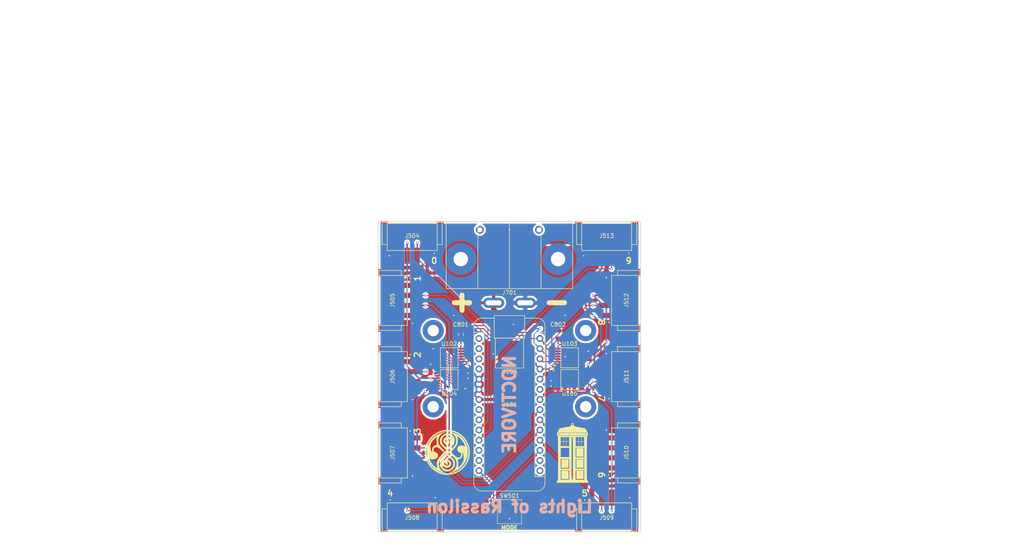
<source format=kicad_pcb>
(kicad_pcb (version 4) (host pcbnew 4.0.7-e2-6376~58~ubuntu16.04.1)
  (title_block (title "Console Lights Layout") (date 2018-12-14) (rev 0.1) (company NOCTIVORE) (comment 1 "IF IN DOUBT - ASK"))
  (layers (0 F.Cu signal) (31 B.Cu signal) (34 B.Paste user) (35 F.Paste user) (36 B.SilkS user) (37 F.SilkS user) (38 B.Mask user) (39 F.Mask user) (44 Edge.Cuts user))
  (net 0 "")
  (net 1 +5V)
  (net 2 GND)
  (net 3 "Net-(U101-Pad0)")
  (net 4 "Net-(U101-Pad1)")
  (net 5 "Net-(U101-Pad18)")
  (net 6 "Net-(U101-Pad17)")
  (net 7 "Net-(U101-Pad27)")
  (net 8 "Net-(U101-Pad23)")
  (net 9 "Net-(U101-Pad22)")
  (net 10 "Net-(U101-Pad21)")
  (net 11 "Net-(U101-Pad20)")
  (net 12 "Net-(U102-Pad1)")
  (net 13 "Net-(U102-Pad2)")
  (net 14 "Net-(U102-Pad3)")
  (net 15 "Net-(U102-Pad4)")
  (net 16 "Net-(U102-Pad5)")
  (net 17 "Net-(U102-Pad6)")
  (net 18 "Net-(U102-Pad7)")
  (net 19 "Net-(U102-Pad15)")
  (net 20 /DATA)
  (net 21 /CLOCK)
  (net 22 /LATCH)
  (net 23 "Net-(U102-Pad9)")
  (net 24 "Net-(U103-Pad1)")
  (net 25 "Net-(U103-Pad2)")
  (net 26 "Net-(U103-Pad3)")
  (net 27 "Net-(U103-Pad4)")
  (net 28 "Net-(U103-Pad5)")
  (net 29 "Net-(U103-Pad6)")
  (net 30 "Net-(U103-Pad7)")
  (net 31 "Net-(U103-Pad15)")
  (net 32 "Net-(U104-Pad9)")
  (net 33 "Net-(U105-Pad11)")
  (net 34 "Net-(U105-Pad10)")
  (net 35 "Net-(U105-Pad9)")
  (net 36 +12V)
  (net 37 /SWITCH_0)
  (net 38 /LED_0)
  (net 39 /MODE)
  (net 40 /SWITCH_1)
  (net 41 /SWITCH_2)
  (net 42 /SWITCH_3)
  (net 43 /SWITCH_4)
  (net 44 /SWITCH_5)
  (net 45 /SWITCH_6)
  (net 46 /SWITCH_7)
  (net 47 /SWITCH_8)
  (net 48 /SWITCH_9)
  (net 49 /LED_1)
  (net 50 /LED_2)
  (net 51 /LED_3)
  (net 52 /LED_4)
  (net 53 /LED_5)
  (net 54 /LED_6)
  (net 55 /LED_7)
  (net 56 /LED_8)
  (net 57 /LED_9)
  (net 58 "Net-(U104-Pad11)")
  (net 59 "Net-(U104-Pad10)")
  (net 60 "Net-(U102-Pad14)")
  (net 61 "Net-(U101-Pad8)")
  (module ConsoleLights:GND_Stitch_Via (layer F.Cu) (at 139.05 117)
    (fp_text reference REF** hide)
    (fp_text value GND_Stitch_Via hide)
    (pad 0 thru_hole circle (at 0 0) (size 0.6858 0.6858) (drill 0.3302) (layers *.Cu) (net 2 GND))
  )
  (module ConsoleLights:GND_Stitch_Via (layer F.Cu) (at 139.05 68.825)
    (fp_text reference REF** hide)
    (fp_text value GND_Stitch_Via hide)
    (pad 0 thru_hole circle (at 0 0) (size 0.6858 0.6858) (drill 0.3302) (layers *.Cu) (net 2 GND))
  )
  (module ConsoleLights:GND_Stitch_Via (layer F.Cu) (at 125.15 90.225)
    (fp_text reference REF** hide)
    (fp_text value GND_Stitch_Via hide)
    (pad 0 thru_hole circle (at 0 0) (size 0.6858 0.6858) (drill 0.3302) (layers *.Cu) (net 2 GND))
  )
  (module ConsoleLights:GND_Stitch_Via (layer F.Cu) (at 152.95 90.225)
    (fp_text reference REF** hide)
    (fp_text value GND_Stitch_Via hide)
    (pad 0 thru_hole circle (at 0 0) (size 0.6858 0.6858) (drill 0.3302) (layers *.Cu) (net 2 GND))
  )
  (module ConsoleLights:GND_Stitch_Via (layer F.Cu) (at 135 99.8)
    (fp_text reference REF** hide)
    (fp_text value GND_Stitch_Via hide)
    (pad 0 thru_hole circle (at 0 0) (size 0.6858 0.6858) (drill 0.3302) (layers *.Cu) (net 2 GND))
  )
  (module ConsoleLights:GND_Stitch_Via (layer F.Cu) (at 139.05 141)
    (fp_text reference REF** hide)
    (fp_text value GND_Stitch_Via hide)
    (pad 0 thru_hole circle (at 0 0) (size 0.6858 0.6858) (drill 0.3302) (layers *.Cu) (net 2 GND))
  )
  (module ConsoleLights:GND_Stitch_Via (layer F.Cu) (at 149.45 106.575)
    (fp_text reference REF** hide)
    (fp_text value GND_Stitch_Via hide)
    (pad 0 thru_hole circle (at 0 0) (size 0.6858 0.6858) (drill 0.3302) (layers *.Cu) (net 2 GND))
  )
  (module ConsoleLights:GND_Stitch_Via (layer F.Cu) (at 128.65 105.925)
    (fp_text reference REF** hide)
    (fp_text value GND_Stitch_Via hide)
    (pad 0 thru_hole circle (at 0 0) (size 0.6858 0.6858) (drill 0.3302) (layers *.Cu) (net 2 GND))
  )
  (module ConsoleLights:GND_Stitch_Via (layer F.Cu) (at 149.45 107.875)
    (fp_text reference REF** hide)
    (fp_text value GND_Stitch_Via hide)
    (pad 0 thru_hole circle (at 0 0) (size 0.6858 0.6858) (drill 0.3302) (layers *.Cu) (net 2 GND))
  )
  (module ConsoleLights:GND_Stitch_Via (layer F.Cu) (at 128.65 104.625)
    (fp_text reference REF** hide)
    (fp_text value GND_Stitch_Via hide)
    (pad 0 thru_hole circle (at 0 0) (size 0.6858 0.6858) (drill 0.3302) (layers *.Cu) (net 2 GND))
  )
  (module ConsoleLights:GND_Stitch_Via (layer F.Cu) (at 152.95 100.475)
    (fp_text reference REF** hide)
    (fp_text value GND_Stitch_Via hide)
    (pad 0 thru_hole circle (at 0 0) (size 0.6858 0.6858) (drill 0.3302) (layers *.Cu) (net 2 GND))
  )
  (module ConsoleLights:GND_Stitch_Via (layer F.Cu) (at 125.15 99.825)
    (fp_text reference REF** hide)
    (fp_text value GND_Stitch_Via hide)
    (pad 0 thru_hole circle (at 0 0) (size 0.6858 0.6858) (drill 0.3302) (layers *.Cu) (net 2 GND))
  )
  (module ConsoleLights:GND_Stitch_Via (layer F.Cu) (at 158.75 99.175)
    (fp_text reference REF** hide)
    (fp_text value GND_Stitch_Via hide)
    (pad 0 thru_hole circle (at 0 0) (size 0.6858 0.6858) (drill 0.3302) (layers *.Cu) (net 2 GND))
  )
  (module ConsoleLights:GND_Stitch_Via (layer F.Cu) (at 119.35 102.425)
    (fp_text reference REF** hide)
    (fp_text value GND_Stitch_Via hide)
    (pad 0 thru_hole circle (at 0 0) (size 0.6858 0.6858) (drill 0.3302) (layers *.Cu) (net 2 GND))
  )
  (module ConsoleLights:GND_Stitch_Via (layer F.Cu) (at 120.5 135.745)
    (fp_text reference REF** hide)
    (fp_text value GND_Stitch_Via hide)
    (pad 0 thru_hole circle (at 0 0) (size 0.6858 0.6858) (drill 0.3302) (layers *.Cu) (net 2 GND))
  )
  (module ConsoleLights:GND_Stitch_Via (layer F.Cu) (at 114.83 130.325)
    (fp_text reference REF** hide)
    (fp_text value GND_Stitch_Via hide)
    (pad 0 thru_hole circle (at 0 0) (size 0.6858 0.6858) (drill 0.3302) (layers *.Cu) (net 2 GND))
  )
  (module ConsoleLights:GND_Stitch_Via (layer F.Cu) (at 114.83 111.275)
    (fp_text reference REF** hide)
    (fp_text value GND_Stitch_Via hide)
    (pad 0 thru_hole circle (at 0 0) (size 0.6858 0.6858) (drill 0.3302) (layers *.Cu) (net 2 GND))
  )
  (module ConsoleLights:GND_Stitch_Via (layer F.Cu) (at 114.83 92.225)
    (fp_text reference REF** hide)
    (fp_text value GND_Stitch_Via hide)
    (pad 0 thru_hole circle (at 0 0) (size 0.6858 0.6858) (drill 0.3302) (layers *.Cu) (net 2 GND))
  )
  (module ConsoleLights:GND_Stitch_Via (layer F.Cu) (at 109 75.305)
    (fp_text reference REF** hide)
    (fp_text value GND_Stitch_Via hide)
    (pad 0 thru_hole circle (at 0 0) (size 0.6858 0.6858) (drill 0.3302) (layers *.Cu) (net 2 GND))
  )
  (module ConsoleLights:GND_Stitch_Via (layer F.Cu) (at 157.6 75.305)
    (fp_text reference REF** hide)
    (fp_text value GND_Stitch_Via hide)
    (pad 0 thru_hole circle (at 0 0) (size 0.6858 0.6858) (drill 0.3302) (layers *.Cu) (net 2 GND))
  )
  (module ConsoleLights:GND_Stitch_Via (layer F.Cu) (at 163.27 80.725)
    (fp_text reference REF** hide)
    (fp_text value GND_Stitch_Via hide)
    (pad 0 thru_hole circle (at 0 0) (size 0.6858 0.6858) (drill 0.3302) (layers *.Cu) (net 2 GND))
  )
  (module ConsoleLights:GND_Stitch_Via (layer F.Cu) (at 163.27 99.775)
    (fp_text reference REF** hide)
    (fp_text value GND_Stitch_Via hide)
    (pad 0 thru_hole circle (at 0 0) (size 0.6858 0.6858) (drill 0.3302) (layers *.Cu) (net 2 GND))
  )
  (module ConsoleLights:GND_Stitch_Via (layer F.Cu) (at 169.1 135.745)
    (fp_text reference REF** hide)
    (fp_text value GND_Stitch_Via hide)
    (pad 0 thru_hole circle (at 0 0) (size 0.6858 0.6858) (drill 0.3302) (layers *.Cu) (net 2 GND))
  )
  (module ConsoleLights:POST (layer F.Cu) (at 120 94)
    (fp_text reference REF** hide)
    (fp_text value POST)
    (pad 0 thru_hole circle (at 0 0) (size 5.3 5.3) (drill 2.85) (layers *.Cu *.Mask))
  )
  (module ConsoleLights:POST (layer F.Cu) (at 158.1 94)
    (fp_text reference REF** hide)
    (fp_text value POST)
    (pad 0 thru_hole circle (at 0 0) (size 5.3 5.3) (drill 2.85) (layers *.Cu *.Mask))
  )
  (module ConsoleLights:POST (layer F.Cu) (at 120 113.05)
    (fp_text reference REF** hide)
    (fp_text value POST)
    (pad 0 thru_hole circle (at 0 0) (size 5.3 5.3) (drill 2.85) (layers *.Cu *.Mask))
  )
  (module ConsoleLights:POST (layer F.Cu) (at 158.1 113.05)
    (fp_text reference REF** hide)
    (fp_text value POST)
    (pad 0 thru_hole circle (at 0 0) (size 5.3 5.3) (drill 2.85) (layers *.Cu *.Mask))
  )
  (module ConsoleLights:C_0603 (layer F.Cu) (at 126.9 95 90)
    (fp_text reference C801 (at 2.5 0 180) (layer F.SilkS))
    (fp_text value 1uF)
    (pad 1 smd rect (at -1 0 90) (size 1 1.2) (layers F.Cu F.Paste F.Mask) (net 1 +5V))
    (pad 2 smd rect (at 1 0 90) (size 1 1.2) (layers F.Cu F.Paste F.Mask) (net 2 GND))
  )
  (module ConsoleLights:C_0603 (layer F.Cu) (at 151.2 95 90)
    (fp_text reference C802 (at 2.5 0 180) (layer F.SilkS))
    (fp_text value 1uF)
    (pad 1 smd rect (at -1 0 90) (size 1 1.2) (layers F.Cu F.Paste F.Mask) (net 1 +5V))
    (pad 2 smd rect (at 1 0 90) (size 1 1.2) (layers F.Cu F.Paste F.Mask) (net 2 GND))
  )
  (module ConsoleLights:Fiducial (layer F.Cu) (at 111.25 69.725)
    (fp_text reference fid1 hide)
    (fp_text value FID)
    (pad 1 smd circle (at 0 0) (size 1 1) (layers F.Cu F.Mask) (clearance 0.9))
  )
  (module ConsoleLights:Fiducial (layer F.Cu) (at 111.25 141.325)
    (fp_text reference fid2 hide)
    (fp_text value FID)
    (pad 1 smd circle (at 0 0) (size 1 1) (layers F.Cu F.Mask) (clearance 0.9))
  )
  (module ConsoleLights:Fiducial (layer F.Cu) (at 166.85 141.325)
    (fp_text reference fid3 hide)
    (fp_text value FID)
    (pad 1 smd circle (at 0 0) (size 1 1) (layers F.Cu F.Mask) (clearance 0.9))
  )
  (module ConsoleLights:Metro_Mini (layer F.Cu) (at 139.05 112.5 270)
    (fp_text reference U101 (at 0 0 540) (layer F.SilkS))
    (fp_text value Metro_Mini)
    (pad 0 thru_hole circle (at 16.51 -7.62 270) (size 1.7 1.7) (drill 1) (layers *.Cu *.Mask) (net 3 "Net-(U101-Pad0)"))
    (pad 1 thru_hole circle (at 13.97 -7.62 270) (size 1.7 1.7) (drill 1) (layers *.Cu *.Mask) (net 4 "Net-(U101-Pad1)"))
    (pad 2 thru_hole circle (at 11.43 -7.62 270) (size 1.7 1.7) (drill 1) (layers *.Cu *.Mask) (net 43 /SWITCH_4))
    (pad 3 thru_hole circle (at 8.89 -7.62 270) (size 1.7 1.7) (drill 1) (layers *.Cu *.Mask) (net 44 /SWITCH_5))
    (pad 4 thru_hole circle (at 6.35 -7.62 270) (size 1.7 1.7) (drill 1) (layers *.Cu *.Mask) (net 42 /SWITCH_3))
    (pad 5 thru_hole circle (at 3.81 -7.62 270) (size 1.7 1.7) (drill 1) (layers *.Cu *.Mask) (net 45 /SWITCH_6))
    (pad 6 thru_hole circle (at 1.27 -7.62 270) (size 1.7 1.7) (drill 1) (layers *.Cu *.Mask) (net 41 /SWITCH_2))
    (pad 7 thru_hole circle (at -1.27 -7.62 270) (size 1.7 1.7) (drill 1) (layers *.Cu *.Mask) (net 46 /SWITCH_7))
    (pad 8 thru_hole circle (at -3.81 -7.62 270) (size 1.7 1.7) (drill 1) (layers *.Cu *.Mask) (net 61 "Net-(U101-Pad8)"))
    (pad 9 thru_hole circle (at -6.35 -7.62 270) (size 1.7 1.7) (drill 1) (layers *.Cu *.Mask) (net 47 /SWITCH_8))
    (pad 10 thru_hole circle (at -8.89 -7.62 270) (size 1.7 1.7) (drill 1) (layers *.Cu *.Mask) (net 1 +5V))
    (pad 11 thru_hole circle (at -11.43 -7.62 270) (size 1.7 1.7) (drill 1) (layers *.Cu *.Mask) (net 20 /DATA))
    (pad 12 thru_hole circle (at -13.97 -7.62 270) (size 1.7 1.7) (drill 1) (layers *.Cu *.Mask) (net 22 /LATCH))
    (pad 13 thru_hole circle (at -16.51 -7.62 270) (size 1.7 1.7) (drill 1) (layers *.Cu *.Mask) (net 21 /CLOCK))
    (pad 19 thru_hole circle (at 16.51 7.62 270) (size 1.7 1.7) (drill 1) (layers *.Cu *.Mask) (net 39 /MODE))
    (pad 18 thru_hole circle (at 13.97 7.62 270) (size 1.7 1.7) (drill 1) (layers *.Cu *.Mask) (net 5 "Net-(U101-Pad18)"))
    (pad 17 thru_hole circle (at 11.43 7.62 270) (size 1.7 1.7) (drill 1) (layers *.Cu *.Mask) (net 6 "Net-(U101-Pad17)"))
    (pad 16 thru_hole circle (at 8.89 7.62 270) (size 1.7 1.7) (drill 1) (layers *.Cu *.Mask) (net 48 /SWITCH_9))
    (pad 15 thru_hole circle (at 6.35 7.62 270) (size 1.7 1.7) (drill 1) (layers *.Cu *.Mask) (net 37 /SWITCH_0))
    (pad 14 thru_hole circle (at 3.81 7.62 270) (size 1.7 1.7) (drill 1) (layers *.Cu *.Mask) (net 40 /SWITCH_1))
    (pad 27 thru_hole circle (at 1.27 7.62 270) (size 1.7 1.7) (drill 1) (layers *.Cu *.Mask) (net 7 "Net-(U101-Pad27)"))
    (pad 26 thru_hole circle (at -1.27 7.62 270) (size 1.7 1.7) (drill 1) (layers *.Cu *.Mask) (net 1 +5V))
    (pad 25 thru_hole circle (at -3.81 7.62 270) (size 1.7 1.7) (drill 1) (layers *.Cu *.Mask) (net 2 GND))
    (pad 24 thru_hole circle (at -6.35 7.62 270) (size 1.7 1.7) (drill 1) (layers *.Cu *.Mask) (net 2 GND))
    (pad 23 thru_hole circle (at -8.89 7.62 270) (size 1.7 1.7) (drill 1) (layers *.Cu *.Mask) (net 8 "Net-(U101-Pad23)"))
    (pad 22 thru_hole circle (at -11.43 7.62 270) (size 1.7 1.7) (drill 1) (layers *.Cu *.Mask) (net 9 "Net-(U101-Pad22)"))
    (pad 21 thru_hole circle (at -13.97 7.62 270) (size 1.7 1.7) (drill 1) (layers *.Cu *.Mask) (net 10 "Net-(U101-Pad21)"))
    (pad 20 thru_hole circle (at -16.51 7.62 270) (size 1.7 1.7) (drill 1) (layers *.Cu *.Mask) (net 11 "Net-(U101-Pad20)"))
  )
  (module ConsoleLights:S4B-XH-SM4-TB (layer F.Cu) (at 114.75 66.705 180)
    (fp_text reference J504 (at 0 -3.6 180) (layer F.SilkS))
    (fp_text value JST_Conn)
    (pad 0 smd rect (at -6.95 -2.07 180) (size 1.8 3.9) (layers F.Cu F.Paste F.Mask))
    (pad 1 smd rect (at -3.75 -8.6 180) (size 1.3 4) (layers F.Cu F.Paste F.Mask) (net 36 +12V))
    (pad 0 smd rect (at 6.95 -2.07 180) (size 1.8 3.9) (layers F.Cu F.Paste F.Mask))
    (pad 2 smd rect (at -1.25 -8.6 180) (size 1.3 4) (layers F.Cu F.Paste F.Mask) (net 37 /SWITCH_0))
    (pad 3 smd rect (at 1.25 -8.6 180) (size 1.3 4) (layers F.Cu F.Paste F.Mask) (net 38 /LED_0))
    (pad 4 smd rect (at 3.75 -8.6 180) (size 1.3 4) (layers F.Cu F.Paste F.Mask) (net 2 GND))
  )
  (module ConsoleLights:S4B-XH-SM4-TB (layer F.Cu) (at 106.23 86.475 270)
    (fp_text reference J505 (at 0 -3.6 270) (layer F.SilkS))
    (fp_text value JST_Conn)
    (pad 0 smd rect (at -6.95 -2.07 270) (size 1.8 3.9) (layers F.Cu F.Paste F.Mask))
    (pad 1 smd rect (at -3.75 -8.6 270) (size 1.3 4) (layers F.Cu F.Paste F.Mask) (net 36 +12V))
    (pad 0 smd rect (at 6.95 -2.07 270) (size 1.8 3.9) (layers F.Cu F.Paste F.Mask))
    (pad 2 smd rect (at -1.25 -8.6 270) (size 1.3 4) (layers F.Cu F.Paste F.Mask) (net 40 /SWITCH_1))
    (pad 3 smd rect (at 1.25 -8.6 270) (size 1.3 4) (layers F.Cu F.Paste F.Mask) (net 49 /LED_1))
    (pad 4 smd rect (at 3.75 -8.6 270) (size 1.3 4) (layers F.Cu F.Paste F.Mask) (net 2 GND))
  )
  (module ConsoleLights:S4B-XH-SM4-TB (layer F.Cu) (at 106.23 105.525 270)
    (fp_text reference J506 (at 0 -3.6 270) (layer F.SilkS))
    (fp_text value JST_Conn)
    (pad 0 smd rect (at -6.95 -2.07 270) (size 1.8 3.9) (layers F.Cu F.Paste F.Mask))
    (pad 1 smd rect (at -3.75 -8.6 270) (size 1.3 4) (layers F.Cu F.Paste F.Mask) (net 36 +12V))
    (pad 0 smd rect (at 6.95 -2.07 270) (size 1.8 3.9) (layers F.Cu F.Paste F.Mask))
    (pad 2 smd rect (at -1.25 -8.6 270) (size 1.3 4) (layers F.Cu F.Paste F.Mask) (net 41 /SWITCH_2))
    (pad 3 smd rect (at 1.25 -8.6 270) (size 1.3 4) (layers F.Cu F.Paste F.Mask) (net 50 /LED_2))
    (pad 4 smd rect (at 3.75 -8.6 270) (size 1.3 4) (layers F.Cu F.Paste F.Mask) (net 2 GND))
  )
  (module ConsoleLights:S4B-XH-SM4-TB (layer F.Cu) (at 106.23 124.575 270)
    (fp_text reference J507 (at 0 -3.6 270) (layer F.SilkS))
    (fp_text value JST_Conn)
    (pad 0 smd rect (at -6.95 -2.07 270) (size 1.8 3.9) (layers F.Cu F.Paste F.Mask))
    (pad 1 smd rect (at -3.75 -8.6 270) (size 1.3 4) (layers F.Cu F.Paste F.Mask) (net 36 +12V))
    (pad 0 smd rect (at 6.95 -2.07 270) (size 1.8 3.9) (layers F.Cu F.Paste F.Mask))
    (pad 2 smd rect (at -1.25 -8.6 270) (size 1.3 4) (layers F.Cu F.Paste F.Mask) (net 42 /SWITCH_3))
    (pad 3 smd rect (at 1.25 -8.6 270) (size 1.3 4) (layers F.Cu F.Paste F.Mask) (net 51 /LED_3))
    (pad 4 smd rect (at 3.75 -8.6 270) (size 1.3 4) (layers F.Cu F.Paste F.Mask) (net 2 GND))
  )
  (module ConsoleLights:S4B-XH-SM4-TB (layer F.Cu) (at 114.75 144.345)
    (fp_text reference J508 (at 0 -3.6) (layer F.SilkS))
    (fp_text value JST_Conn)
    (pad 0 smd rect (at -6.95 -2.07) (size 1.8 3.9) (layers F.Cu F.Paste F.Mask))
    (pad 1 smd rect (at -3.75 -8.6) (size 1.3 4) (layers F.Cu F.Paste F.Mask) (net 36 +12V))
    (pad 0 smd rect (at 6.95 -2.07) (size 1.8 3.9) (layers F.Cu F.Paste F.Mask))
    (pad 2 smd rect (at -1.25 -8.6) (size 1.3 4) (layers F.Cu F.Paste F.Mask) (net 43 /SWITCH_4))
    (pad 3 smd rect (at 1.25 -8.6) (size 1.3 4) (layers F.Cu F.Paste F.Mask) (net 52 /LED_4))
    (pad 4 smd rect (at 3.75 -8.6) (size 1.3 4) (layers F.Cu F.Paste F.Mask) (net 2 GND))
  )
  (module ConsoleLights:S4B-XH-SM4-TB (layer F.Cu) (at 163.35 144.345)
    (fp_text reference J509 (at 0 -3.6) (layer F.SilkS))
    (fp_text value JST_Conn)
    (pad 0 smd rect (at -6.95 -2.07) (size 1.8 3.9) (layers F.Cu F.Paste F.Mask))
    (pad 1 smd rect (at -3.75 -8.6) (size 1.3 4) (layers F.Cu F.Paste F.Mask) (net 36 +12V))
    (pad 0 smd rect (at 6.95 -2.07) (size 1.8 3.9) (layers F.Cu F.Paste F.Mask))
    (pad 2 smd rect (at -1.25 -8.6) (size 1.3 4) (layers F.Cu F.Paste F.Mask) (net 44 /SWITCH_5))
    (pad 3 smd rect (at 1.25 -8.6) (size 1.3 4) (layers F.Cu F.Paste F.Mask) (net 53 /LED_5))
    (pad 4 smd rect (at 3.75 -8.6) (size 1.3 4) (layers F.Cu F.Paste F.Mask) (net 2 GND))
  )
  (module ConsoleLights:S4B-XH-SM4-TB (layer F.Cu) (at 171.87 124.575 90)
    (fp_text reference J510 (at 0 -3.6 90) (layer F.SilkS))
    (fp_text value JST_Conn)
    (pad 0 smd rect (at -6.95 -2.07 90) (size 1.8 3.9) (layers F.Cu F.Paste F.Mask))
    (pad 1 smd rect (at -3.75 -8.6 90) (size 1.3 4) (layers F.Cu F.Paste F.Mask) (net 36 +12V))
    (pad 0 smd rect (at 6.95 -2.07 90) (size 1.8 3.9) (layers F.Cu F.Paste F.Mask))
    (pad 2 smd rect (at -1.25 -8.6 90) (size 1.3 4) (layers F.Cu F.Paste F.Mask) (net 45 /SWITCH_6))
    (pad 3 smd rect (at 1.25 -8.6 90) (size 1.3 4) (layers F.Cu F.Paste F.Mask) (net 54 /LED_6))
    (pad 4 smd rect (at 3.75 -8.6 90) (size 1.3 4) (layers F.Cu F.Paste F.Mask) (net 2 GND))
  )
  (module ConsoleLights:S4B-XH-SM4-TB (layer F.Cu) (at 171.87 105.525 90)
    (fp_text reference J511 (at 0 -3.6 90) (layer F.SilkS))
    (fp_text value JST_Conn)
    (pad 0 smd rect (at -6.95 -2.07 90) (size 1.8 3.9) (layers F.Cu F.Paste F.Mask))
    (pad 1 smd rect (at -3.75 -8.6 90) (size 1.3 4) (layers F.Cu F.Paste F.Mask) (net 36 +12V))
    (pad 0 smd rect (at 6.95 -2.07 90) (size 1.8 3.9) (layers F.Cu F.Paste F.Mask))
    (pad 2 smd rect (at -1.25 -8.6 90) (size 1.3 4) (layers F.Cu F.Paste F.Mask) (net 46 /SWITCH_7))
    (pad 3 smd rect (at 1.25 -8.6 90) (size 1.3 4) (layers F.Cu F.Paste F.Mask) (net 55 /LED_7))
    (pad 4 smd rect (at 3.75 -8.6 90) (size 1.3 4) (layers F.Cu F.Paste F.Mask) (net 2 GND))
  )
  (module ConsoleLights:S4B-XH-SM4-TB (layer F.Cu) (at 171.87 86.475 90)
    (fp_text reference J512 (at 0 -3.6 90) (layer F.SilkS))
    (fp_text value JST_Conn)
    (pad 0 smd rect (at -6.95 -2.07 90) (size 1.8 3.9) (layers F.Cu F.Paste F.Mask))
    (pad 1 smd rect (at -3.75 -8.6 90) (size 1.3 4) (layers F.Cu F.Paste F.Mask) (net 36 +12V))
    (pad 0 smd rect (at 6.95 -2.07 90) (size 1.8 3.9) (layers F.Cu F.Paste F.Mask))
    (pad 2 smd rect (at -1.25 -8.6 90) (size 1.3 4) (layers F.Cu F.Paste F.Mask) (net 47 /SWITCH_8))
    (pad 3 smd rect (at 1.25 -8.6 90) (size 1.3 4) (layers F.Cu F.Paste F.Mask) (net 56 /LED_8))
    (pad 4 smd rect (at 3.75 -8.6 90) (size 1.3 4) (layers F.Cu F.Paste F.Mask) (net 2 GND))
  )
  (module ConsoleLights:S4B-XH-SM4-TB (layer F.Cu) (at 163.35 66.705 180)
    (fp_text reference J513 (at 0 -3.6 180) (layer F.SilkS))
    (fp_text value JST_Conn)
    (pad 0 smd rect (at -6.95 -2.07 180) (size 1.8 3.9) (layers F.Cu F.Paste F.Mask))
    (pad 1 smd rect (at -3.75 -8.6 180) (size 1.3 4) (layers F.Cu F.Paste F.Mask) (net 36 +12V))
    (pad 0 smd rect (at 6.95 -2.07 180) (size 1.8 3.9) (layers F.Cu F.Paste F.Mask))
    (pad 2 smd rect (at -1.25 -8.6 180) (size 1.3 4) (layers F.Cu F.Paste F.Mask) (net 48 /SWITCH_9))
    (pad 3 smd rect (at 1.25 -8.6 180) (size 1.3 4) (layers F.Cu F.Paste F.Mask) (net 57 /LED_9))
    (pad 4 smd rect (at 3.75 -8.6 180) (size 1.3 4) (layers F.Cu F.Paste F.Mask) (net 2 GND))
  )
  (module ConsoleLights:16-TSSOP (layer F.Cu) (at 154.1 106.25)
    (fp_text reference U105 (at 0 3.5) (layer F.SilkS))
    (fp_text value ULN2003A_DARLINGTON_ARRAY)
    (pad 1 smd rect (at -2.9 -2.275) (size 1.5 0.45) (layers F.Cu F.Paste F.Mask) (net 30 "Net-(U103-Pad7)"))
    (pad 2 smd rect (at -2.9 -1.625) (size 1.5 0.45) (layers F.Cu F.Paste F.Mask) (net 29 "Net-(U103-Pad6)"))
    (pad 3 smd rect (at -2.9 -0.975) (size 1.5 0.45) (layers F.Cu F.Paste F.Mask) (net 28 "Net-(U103-Pad5)"))
    (pad 4 smd rect (at -2.9 -0.325) (size 1.5 0.45) (layers F.Cu F.Paste F.Mask) (net 27 "Net-(U103-Pad4)"))
    (pad 5 smd rect (at -2.9 0.325) (size 1.5 0.45) (layers F.Cu F.Paste F.Mask) (net 26 "Net-(U103-Pad3)"))
    (pad 6 smd rect (at -2.9 0.975) (size 1.5 0.45) (layers F.Cu F.Paste F.Mask) (net 25 "Net-(U103-Pad2)"))
    (pad 7 smd rect (at -2.9 1.625) (size 1.5 0.45) (layers F.Cu F.Paste F.Mask) (net 24 "Net-(U103-Pad1)"))
    (pad 8 smd rect (at -2.9 2.275) (size 1.5 0.45) (layers F.Cu F.Paste F.Mask) (net 2 GND))
    (pad 16 smd rect (at 2.9 -2.275) (size 1.5 0.45) (layers F.Cu F.Paste F.Mask) (net 57 /LED_9))
    (pad 15 smd rect (at 2.9 -1.625) (size 1.5 0.45) (layers F.Cu F.Paste F.Mask) (net 56 /LED_8))
    (pad 14 smd rect (at 2.9 -0.975) (size 1.5 0.45) (layers F.Cu F.Paste F.Mask) (net 55 /LED_7))
    (pad 13 smd rect (at 2.9 -0.325) (size 1.5 0.45) (layers F.Cu F.Paste F.Mask) (net 54 /LED_6))
    (pad 12 smd rect (at 2.9 0.325) (size 1.5 0.45) (layers F.Cu F.Paste F.Mask) (net 53 /LED_5))
    (pad 11 smd rect (at 2.9 0.975) (size 1.5 0.45) (layers F.Cu F.Paste F.Mask) (net 33 "Net-(U105-Pad11)"))
    (pad 10 smd rect (at 2.9 1.625) (size 1.5 0.45) (layers F.Cu F.Paste F.Mask) (net 34 "Net-(U105-Pad10)"))
    (pad 9 smd rect (at 2.9 2.275) (size 1.5 0.45) (layers F.Cu F.Paste F.Mask) (net 35 "Net-(U105-Pad9)"))
  )
  (module ConsoleLights:16-TSSOP (layer F.Cu) (at 154.1 100.8 180)
    (fp_text reference U103 (at 0 3.5 180) (layer F.SilkS))
    (fp_text value 74HC595_SHIFT_REGISTER)
    (pad 1 smd rect (at -2.9 -2.275 180) (size 1.5 0.45) (layers F.Cu F.Paste F.Mask) (net 24 "Net-(U103-Pad1)"))
    (pad 2 smd rect (at -2.9 -1.625 180) (size 1.5 0.45) (layers F.Cu F.Paste F.Mask) (net 25 "Net-(U103-Pad2)"))
    (pad 3 smd rect (at -2.9 -0.975 180) (size 1.5 0.45) (layers F.Cu F.Paste F.Mask) (net 26 "Net-(U103-Pad3)"))
    (pad 4 smd rect (at -2.9 -0.325 180) (size 1.5 0.45) (layers F.Cu F.Paste F.Mask) (net 27 "Net-(U103-Pad4)"))
    (pad 5 smd rect (at -2.9 0.325 180) (size 1.5 0.45) (layers F.Cu F.Paste F.Mask) (net 28 "Net-(U103-Pad5)"))
    (pad 6 smd rect (at -2.9 0.975 180) (size 1.5 0.45) (layers F.Cu F.Paste F.Mask) (net 29 "Net-(U103-Pad6)"))
    (pad 7 smd rect (at -2.9 1.625 180) (size 1.5 0.45) (layers F.Cu F.Paste F.Mask) (net 30 "Net-(U103-Pad7)"))
    (pad 8 smd rect (at -2.9 2.275 180) (size 1.5 0.45) (layers F.Cu F.Paste F.Mask) (net 2 GND))
    (pad 16 smd rect (at 2.9 -2.275 180) (size 1.5 0.45) (layers F.Cu F.Paste F.Mask) (net 1 +5V))
    (pad 15 smd rect (at 2.9 -1.625 180) (size 1.5 0.45) (layers F.Cu F.Paste F.Mask) (net 31 "Net-(U103-Pad15)"))
    (pad 14 smd rect (at 2.9 -0.975 180) (size 1.5 0.45) (layers F.Cu F.Paste F.Mask) (net 20 /DATA))
    (pad 13 smd rect (at 2.9 -0.325 180) (size 1.5 0.45) (layers F.Cu F.Paste F.Mask) (net 2 GND))
    (pad 12 smd rect (at 2.9 0.325 180) (size 1.5 0.45) (layers F.Cu F.Paste F.Mask) (net 22 /LATCH))
    (pad 11 smd rect (at 2.9 0.975 180) (size 1.5 0.45) (layers F.Cu F.Paste F.Mask) (net 21 /CLOCK))
    (pad 10 smd rect (at 2.9 1.625 180) (size 1.5 0.45) (layers F.Cu F.Paste F.Mask) (net 1 +5V))
    (pad 9 smd rect (at 2.9 2.275 180) (size 1.5 0.45) (layers F.Cu F.Paste F.Mask) (net 60 "Net-(U102-Pad14)"))
  )
  (module ConsoleLights:16-TSSOP (layer F.Cu) (at 124 106.25 180)
    (fp_text reference U104 (at 0 -3.5 180) (layer F.SilkS))
    (fp_text value ULN2003A_DARLINGTON_ARRAY)
    (pad 1 smd rect (at -2.9 -2.275 180) (size 1.5 0.45) (layers F.Cu F.Paste F.Mask) (net 18 "Net-(U102-Pad7)"))
    (pad 2 smd rect (at -2.9 -1.625 180) (size 1.5 0.45) (layers F.Cu F.Paste F.Mask) (net 17 "Net-(U102-Pad6)"))
    (pad 3 smd rect (at -2.9 -0.975 180) (size 1.5 0.45) (layers F.Cu F.Paste F.Mask) (net 16 "Net-(U102-Pad5)"))
    (pad 4 smd rect (at -2.9 -0.325 180) (size 1.5 0.45) (layers F.Cu F.Paste F.Mask) (net 15 "Net-(U102-Pad4)"))
    (pad 5 smd rect (at -2.9 0.325 180) (size 1.5 0.45) (layers F.Cu F.Paste F.Mask) (net 14 "Net-(U102-Pad3)"))
    (pad 6 smd rect (at -2.9 0.975 180) (size 1.5 0.45) (layers F.Cu F.Paste F.Mask) (net 13 "Net-(U102-Pad2)"))
    (pad 7 smd rect (at -2.9 1.625 180) (size 1.5 0.45) (layers F.Cu F.Paste F.Mask) (net 12 "Net-(U102-Pad1)"))
    (pad 8 smd rect (at -2.9 2.275 180) (size 1.5 0.45) (layers F.Cu F.Paste F.Mask) (net 2 GND))
    (pad 16 smd rect (at 2.9 -2.275 180) (size 1.5 0.45) (layers F.Cu F.Paste F.Mask) (net 52 /LED_4))
    (pad 15 smd rect (at 2.9 -1.625 180) (size 1.5 0.45) (layers F.Cu F.Paste F.Mask) (net 51 /LED_3))
    (pad 14 smd rect (at 2.9 -0.975 180) (size 1.5 0.45) (layers F.Cu F.Paste F.Mask) (net 50 /LED_2))
    (pad 13 smd rect (at 2.9 -0.325 180) (size 1.5 0.45) (layers F.Cu F.Paste F.Mask) (net 49 /LED_1))
    (pad 12 smd rect (at 2.9 0.325 180) (size 1.5 0.45) (layers F.Cu F.Paste F.Mask) (net 38 /LED_0))
    (pad 11 smd rect (at 2.9 0.975 180) (size 1.5 0.45) (layers F.Cu F.Paste F.Mask) (net 58 "Net-(U104-Pad11)"))
    (pad 10 smd rect (at 2.9 1.625 180) (size 1.5 0.45) (layers F.Cu F.Paste F.Mask) (net 59 "Net-(U104-Pad10)"))
    (pad 9 smd rect (at 2.9 2.275 180) (size 1.5 0.45) (layers F.Cu F.Paste F.Mask) (net 32 "Net-(U104-Pad9)"))
  )
  (module ConsoleLights:16-TSSOP (layer F.Cu) (at 124 100.8)
    (fp_text reference U102 (at 0 -3.5) (layer F.SilkS))
    (fp_text value 74HC595_SHIFT_REGISTER)
    (pad 1 smd rect (at -2.9 -2.275) (size 1.5 0.45) (layers F.Cu F.Paste F.Mask) (net 12 "Net-(U102-Pad1)"))
    (pad 2 smd rect (at -2.9 -1.625) (size 1.5 0.45) (layers F.Cu F.Paste F.Mask) (net 13 "Net-(U102-Pad2)"))
    (pad 3 smd rect (at -2.9 -0.975) (size 1.5 0.45) (layers F.Cu F.Paste F.Mask) (net 14 "Net-(U102-Pad3)"))
    (pad 4 smd rect (at -2.9 -0.325) (size 1.5 0.45) (layers F.Cu F.Paste F.Mask) (net 15 "Net-(U102-Pad4)"))
    (pad 5 smd rect (at -2.9 0.325) (size 1.5 0.45) (layers F.Cu F.Paste F.Mask) (net 16 "Net-(U102-Pad5)"))
    (pad 6 smd rect (at -2.9 0.975) (size 1.5 0.45) (layers F.Cu F.Paste F.Mask) (net 17 "Net-(U102-Pad6)"))
    (pad 7 smd rect (at -2.9 1.625) (size 1.5 0.45) (layers F.Cu F.Paste F.Mask) (net 18 "Net-(U102-Pad7)"))
    (pad 8 smd rect (at -2.9 2.275) (size 1.5 0.45) (layers F.Cu F.Paste F.Mask) (net 2 GND))
    (pad 16 smd rect (at 2.9 -2.275) (size 1.5 0.45) (layers F.Cu F.Paste F.Mask) (net 1 +5V))
    (pad 15 smd rect (at 2.9 -1.625) (size 1.5 0.45) (layers F.Cu F.Paste F.Mask) (net 19 "Net-(U102-Pad15)"))
    (pad 14 smd rect (at 2.9 -0.975) (size 1.5 0.45) (layers F.Cu F.Paste F.Mask) (net 60 "Net-(U102-Pad14)"))
    (pad 13 smd rect (at 2.9 -0.325) (size 1.5 0.45) (layers F.Cu F.Paste F.Mask) (net 2 GND))
    (pad 12 smd rect (at 2.9 0.325) (size 1.5 0.45) (layers F.Cu F.Paste F.Mask) (net 22 /LATCH))
    (pad 11 smd rect (at 2.9 0.975) (size 1.5 0.45) (layers F.Cu F.Paste F.Mask) (net 21 /CLOCK))
    (pad 10 smd rect (at 2.9 1.625) (size 1.5 0.45) (layers F.Cu F.Paste F.Mask) (net 1 +5V))
    (pad 9 smd rect (at 2.9 2.275) (size 1.5 0.45) (layers F.Cu F.Paste F.Mask) (net 23 "Net-(U102-Pad9)"))
  )
  (module ConsoleLights:GND_Stitch_Via (layer F.Cu) (at 163.27 118.825)
    (fp_text reference REF** hide)
    (fp_text value GND_Stitch_Via hide)
    (pad 0 thru_hole circle (at 0 0) (size 0.6858 0.6858) (drill 0.3302) (layers *.Cu) (net 2 GND))
  )
  (module ConsoleLights:ASMPR45-1X2-RK_Wings (layer F.Cu) (at 139.05 83.525)
    (fp_text reference J701 (at 0 1) (layer F.SilkS))
    (fp_text value Conn_01x02)
    (pad "" np_thru_hole circle (at -12.155 -7.38) (size 8 8) (drill 3.6) (layers B.Cu B.Mask))
    (pad 1 thru_hole oval (at -3.95 3.54) (size 5.27 2.54) (drill oval 4 1.27) (layers *.Cu *.Mask) (net 36 +12V))
    (pad "" np_thru_hole circle (at 12.155 -7.38) (size 8 8) (drill 3.6) (layers B.Cu B.Mask))
    (pad "" np_thru_hole circle (at -7.39 -14.7) (size 2 2) (drill 1.2) (layers *.Cu *.Mask))
    (pad 2 thru_hole oval (at 3.95 3.54) (size 5.27 2.54) (drill oval 4 1.27) (layers *.Cu *.Mask) (net 2 GND))
    (pad "" np_thru_hole circle (at 7.39 -14.7) (size 2 2) (drill 1.2) (layers *.Cu *.Mask))
  )
  (module ConsoleLights:DPAK_TO-252 (layer F.Cu) (at 139.05 96.53 90)
    (fp_text reference U106 (at -7.75 0 180) (layer F.SilkS))
    (fp_text value NCP1117-5_DPAK)
    (pad 2 smd rect (at -3.1 0 90) (size 6.2 5.8) (layers F.Cu F.Paste F.Mask) (net 1 +5V))
    (pad 3 smd rect (at 4.08 -2.285 90) (size 3 1.6) (layers F.Cu F.Paste F.Mask) (net 36 +12V))
    (pad 1 smd rect (at 4.08 2.285 90) (size 3 1.6) (layers F.Cu F.Paste F.Mask) (net 2 GND))
  )
  (module ConsoleLights:STACKUP (layer F.Cu) (at 267.4 12)
    (fp_text reference REF** hide)
    (fp_text value STACKUP hide)
  )
  (module ConsoleLights:TARDIS (layer F.Cu) (at 154.75 124.5)
    (fp_text reference G*** hide)
    (fp_text value LOGO hide)
  )
  (module ConsoleLights:CK_PTS645_Tac_Switch (layer F.Cu) (at 139.05 139.25 180)
    (fp_text reference SW501 (at 0 4 180) (layer F.SilkS))
    (fp_text value SWITCH)
    (pad 1 smd rect (at -3.975 -2.25 180) (size 1.55 1.3) (layers F.Cu F.Paste F.Mask) (net 2 GND))
    (pad 1 smd rect (at 3.975 -2.25 180) (size 1.55 1.3) (layers F.Cu F.Paste F.Mask) (net 2 GND))
    (pad 2 smd rect (at -3.975 2.25 180) (size 1.55 1.3) (layers F.Cu F.Paste F.Mask) (net 39 /MODE))
    (pad 2 smd rect (at 3.975 2.25 180) (size 1.55 1.3) (layers F.Cu F.Paste F.Mask) (net 39 /MODE))
  )
  (module ConsoleLights:SEAL_OF_RASSILON (layer F.Cu) (at 123.5 124.5)
    (fp_text reference G*** hide)
    (fp_text value LOGO hide)
  )
  (module ConsoleLights:FAB_NOTES (layer F.Cu) (at 12 12)
    (fp_text reference REF** hide)
    (fp_text value FAB_NOTES hide)
  )
  (gr_text 9 (at 168.85 76.555) (layer F.SilkS) (effects (font (size 1.5 1.5) (thickness 0.3))))
  (gr_text 8 (at 162.02 91.975 270) (layer F.SilkS) (effects (font (size 1.5 1.5) (thickness 0.3))))
  (gr_text 7 (at 162.02 111.025 270) (layer F.SilkS) (effects (font (size 1.5 1.5) (thickness 0.3))))
  (gr_text 6 (at 162.02 130.075 270) (layer F.SilkS) (effects (font (size 1.5 1.5) (thickness 0.3))))
  (gr_text 5 (at 157.85 134.665) (layer F.SilkS) (effects (font (size 1.5 1.5) (thickness 0.3))))
  (gr_text 4 (at 109.25 134.665) (layer F.SilkS) (effects (font (size 1.5 1.5) (thickness 0.3))))
  (gr_text 3 (at 116.08 119.075 90) (layer F.SilkS) (effects (font (size 1.5 1.5) (thickness 0.3))))
  (gr_text 2 (at 116.08 100.025 90) (layer F.SilkS) (effects (font (size 1.5 1.5) (thickness 0.3))))
  (gr_text 1 (at 116.08 80.975 90) (layer F.SilkS) (effects (font (size 1.5 1.5) (thickness 0.3))))
  (gr_text 0 (at 120.25 76.555) (layer F.SilkS) (effects (font (size 1.5 1.5) (thickness 0.3))))
  (gr_text "Lights of Rassilon" (at 139.05 138) (layer B.SilkS) (effects (font (size 3 3) (thickness 0.75)) (justify mirror)))
  (gr_text NOCTIVORE (at 139.05 112.5 90) (layer B.SilkS) (effects (font (size 3 3) (thickness 0.75)) (justify mirror)))
  (gr_text - (at 150.9 86.7075) (layer F.SilkS) (effects (font (size 5 5) (thickness 1.25))))
  (gr_text + (at 127.195 86.7075) (layer F.SilkS) (effects (font (size 5 5) (thickness 1.25))))
  (gr_text MODE (at 139.05 143.25) (layer F.SilkS) (effects (font (size 1 1) (thickness 0.25))))
  (gr_arc (start 171.3 67.275) (end 171.3 66.725) (angle 90) (layer Edge.Cuts) (width 0.15))
  (gr_arc (start 171.3 143.775) (end 171.85 143.775) (angle 90) (layer Edge.Cuts) (width 0.15))
  (gr_arc (start 106.8 143.775) (end 106.8 144.325) (angle 90) (layer Edge.Cuts) (width 0.15))
  (gr_arc (start 106.8 67.275) (end 106.25 67.275) (angle 90) (layer Edge.Cuts) (width 0.15))
  (gr_line (start 106.25 143.775) (end 106.25 67.275) (layer Edge.Cuts) (width 0.15))
  (gr_line (start 171.3 144.325) (end 106.805 144.325) (layer Edge.Cuts) (width 0.15))
  (gr_line (start 171.85 67.275) (end 171.85 143.775) (layer Edge.Cuts) (width 0.15))
  (gr_line (start 106.8 66.725) (end 171.3 66.725) (layer Edge.Cuts) (width 0.15))
  (segment (start 142.69 99.63) (end 146.67 103.61) (width 0.3) (layer F.Cu) (net 1))
  (segment (start 142.69 99.63) (end 139.05 99.63) (width 0.3) (layer F.Cu) (net 1))
  (segment (start 139.05 99.63) (end 139.05 107.18) (width 0.8) (layer F.Cu) (net 1))
  (segment (start 146.67 103.61) (end 148.915 103.61) (width 0.3) (layer F.Cu) (net 1))
  (segment (start 148.915 103.61) (end 149.45 103.075) (width 0.3) (layer F.Cu) (net 1))
  (segment (start 131.43 111.23) (end 135 111.23) (width 0.8) (layer F.Cu) (net 1))
  (segment (start 139.05 107.18) (end 135 111.23) (width 0.8) (layer F.Cu) (net 1))
  (segment (start 151.2 99.175) (end 152.2 99.175) (width 0.3) (layer F.Cu) (net 1))
  (segment (start 152.2 97.5) (end 151.2 97.5) (width 0.3) (layer F.Cu) (net 1))
  (segment (start 152.5 97.8) (end 152.2 97.5) (width 0.3) (layer F.Cu) (net 1))
  (segment (start 152.2 99.175) (end 152.5 98.875) (width 0.3) (layer F.Cu) (net 1))
  (segment (start 152.5 98.875) (end 152.5 97.8) (width 0.3) (layer F.Cu) (net 1))
  (segment (start 128.65 102.425) (end 129.925 103.7) (width 0.3) (layer F.Cu) (net 1))
  (segment (start 129.925 103.7) (end 129.925 109.725) (width 0.3) (layer F.Cu) (net 1))
  (segment (start 130.580001 110.380001) (end 131.43 111.23) (width 0.3) (layer F.Cu) (net 1))
  (segment (start 129.925 109.725) (end 130.580001 110.380001) (width 0.3) (layer F.Cu) (net 1))
  (segment (start 151.2 97.5) (end 151.2 101.325) (width 0.3) (layer B.Cu) (net 1))
  (segment (start 151.2 101.325) (end 149.45 103.075) (width 0.3) (layer B.Cu) (net 1))
  (segment (start 151.2 96) (end 151.2 97.5) (width 0.3) (layer F.Cu) (net 1))
  (segment (start 126.9 97.5) (end 126.9 100.675) (width 0.3) (layer B.Cu) (net 1))
  (segment (start 126.9 100.675) (end 128.65 102.425) (width 0.3) (layer B.Cu) (net 1))
  (segment (start 126.9 97.5) (end 126.9 98.525) (width 0.3) (layer F.Cu) (net 1))
  (segment (start 126.9 96) (end 126.9 97.5) (width 0.3) (layer F.Cu) (net 1))
  (via (at 151.2 97.5) (size 0.6) (drill 0.4) (layers F.Cu B.Cu) (net 1))
  (via (at 126.9 97.5) (size 0.6) (drill 0.4) (layers F.Cu B.Cu) (net 1))
  (segment (start 126.9 102.425) (end 128.65 102.425) (width 0.3) (layer F.Cu) (net 1))
  (segment (start 149.45 103.075) (end 151.2 103.075) (width 0.3) (layer F.Cu) (net 1))
  (via (at 149.45 103.075) (size 0.6) (drill 0.4) (layers F.Cu B.Cu) (net 1))
  (via (at 128.65 102.425) (size 0.6) (drill 0.4) (layers F.Cu B.Cu) (net 1))
  (segment (start 121.1 103.075) (end 120 103.075) (width 0.4) (layer F.Cu) (net 2))
  (segment (start 120 103.075) (end 119.35 102.425) (width 0.4) (layer F.Cu) (net 2))
  (segment (start 126.9 103.975) (end 128 103.975) (width 0.4) (layer F.Cu) (net 2))
  (segment (start 128 103.975) (end 128.65 104.625) (width 0.4) (layer F.Cu) (net 2))
  (segment (start 151.2 108.525) (end 150.1 108.525) (width 0.4) (layer F.Cu) (net 2))
  (segment (start 150.1 108.525) (end 149.45 107.875) (width 0.4) (layer F.Cu) (net 2))
  (segment (start 157 98.525) (end 158.1 98.525) (width 0.4) (layer F.Cu) (net 2))
  (segment (start 158.1 98.525) (end 158.75 99.175) (width 0.4) (layer F.Cu) (net 2))
  (segment (start 152.95 100.475) (end 152.3 101.125) (width 0.4) (layer F.Cu) (net 2))
  (segment (start 152.3 101.125) (end 151.2 101.125) (width 0.4) (layer F.Cu) (net 2))
  (segment (start 125.15 99.825) (end 125.8 100.475) (width 0.4) (layer F.Cu) (net 2))
  (segment (start 125.8 100.475) (end 126.9 100.475) (width 0.4) (layer F.Cu) (net 2))
  (segment (start 121.1 98.525) (end 122.1 98.525) (width 0.2) (layer F.Cu) (net 12))
  (segment (start 122.1 98.525) (end 125.5 101.925) (width 0.2) (layer F.Cu) (net 12))
  (segment (start 125.5 101.925) (end 125.5 104.225) (width 0.2) (layer F.Cu) (net 12))
  (segment (start 125.5 104.225) (end 125.9 104.625) (width 0.2) (layer F.Cu) (net 12))
  (segment (start 125.9 104.625) (end 126.9 104.625) (width 0.2) (layer F.Cu) (net 12))
  (segment (start 121.1 99.175) (end 122.1 99.175) (width 0.2) (layer F.Cu) (net 13))
  (segment (start 122.1 99.175) (end 125 102.075) (width 0.2) (layer F.Cu) (net 13))
  (segment (start 125 102.075) (end 125 104.375) (width 0.2) (layer F.Cu) (net 13))
  (segment (start 125 104.375) (end 125.9 105.275) (width 0.2) (layer F.Cu) (net 13))
  (segment (start 125.9 105.275) (end 126.9 105.275) (width 0.2) (layer F.Cu) (net 13))
  (segment (start 121.1 99.825) (end 122.1 99.825) (width 0.2) (layer F.Cu) (net 14))
  (segment (start 122.1 99.825) (end 124.5 102.225) (width 0.2) (layer F.Cu) (net 14))
  (segment (start 124.5 102.225) (end 124.5 104.525) (width 0.2) (layer F.Cu) (net 14))
  (segment (start 124.5 104.525) (end 125.9 105.925) (width 0.2) (layer F.Cu) (net 14))
  (segment (start 125.9 105.925) (end 126.9 105.925) (width 0.2) (layer F.Cu) (net 14))
  (segment (start 126.9 106.575) (end 125.9 106.575) (width 0.2) (layer F.Cu) (net 15))
  (segment (start 125.9 106.575) (end 124 104.675) (width 0.2) (layer F.Cu) (net 15))
  (segment (start 124 104.675) (end 124 102.375) (width 0.2) (layer F.Cu) (net 15))
  (segment (start 124 102.375) (end 122.1 100.475) (width 0.2) (layer F.Cu) (net 15))
  (segment (start 122.1 100.475) (end 121.1 100.475) (width 0.2) (layer F.Cu) (net 15))
  (segment (start 121.1 101.125) (end 122.1 101.125) (width 0.2) (layer F.Cu) (net 16))
  (segment (start 122.1 101.125) (end 123.5 102.525) (width 0.2) (layer F.Cu) (net 16))
  (segment (start 123.5 102.525) (end 123.5 104.825) (width 0.2) (layer F.Cu) (net 16))
  (segment (start 123.5 104.825) (end 125.9 107.225) (width 0.2) (layer F.Cu) (net 16))
  (segment (start 125.9 107.225) (end 126.9 107.225) (width 0.2) (layer F.Cu) (net 16))
  (segment (start 126.9 107.225) (end 126.29 107.225) (width 0.25) (layer F.Cu) (net 16))
  (segment (start 126.29 107.225) (end 126.285 107.23) (width 0.25) (layer F.Cu) (net 16))
  (segment (start 121.1 101.775) (end 122.1 101.775) (width 0.2) (layer F.Cu) (net 17))
  (segment (start 122.1 101.775) (end 123 102.675) (width 0.2) (layer F.Cu) (net 17))
  (segment (start 123 102.675) (end 123 104.975) (width 0.2) (layer F.Cu) (net 17))
  (segment (start 123 104.975) (end 125.9 107.875) (width 0.2) (layer F.Cu) (net 17))
  (segment (start 125.9 107.875) (end 126.9 107.875) (width 0.2) (layer F.Cu) (net 17))
  (segment (start 121.1 102.425) (end 122.11 102.425) (width 0.2) (layer F.Cu) (net 18))
  (segment (start 122.11 102.425) (end 122.5 102.815) (width 0.2) (layer F.Cu) (net 18))
  (segment (start 122.5 102.815) (end 122.5 105.125) (width 0.2) (layer F.Cu) (net 18))
  (segment (start 125.9 108.525) (end 126.9 108.525) (width 0.2) (layer F.Cu) (net 18))
  (segment (start 122.5 105.125) (end 125.9 108.525) (width 0.2) (layer F.Cu) (net 18))
  (segment (start 151.2 101.775) (end 147.375 101.775) (width 0.25) (layer F.Cu) (net 20))
  (segment (start 147.375 101.775) (end 146.67 101.07) (width 0.25) (layer F.Cu) (net 20))
  (segment (start 151.2 99.825) (end 149.76 99.825) (width 0.25) (layer F.Cu) (net 21))
  (segment (start 149.76 99.825) (end 148.15 98.215) (width 0.25) (layer F.Cu) (net 21))
  (segment (start 148.15 98.215) (end 148.15 97.47) (width 0.25) (layer F.Cu) (net 21))
  (segment (start 148.15 97.47) (end 146.67 95.99) (width 0.25) (layer F.Cu) (net 21))
  (segment (start 146.67 95.99) (end 133.97 95.99) (width 0.25) (layer F.Cu) (net 21))
  (segment (start 133.97 95.99) (end 132.25 94.27) (width 0.25) (layer F.Cu) (net 21))
  (segment (start 132.25 94.27) (end 130.61 94.27) (width 0.25) (layer F.Cu) (net 21))
  (segment (start 130.61 94.27) (end 129.95 94.93) (width 0.25) (layer F.Cu) (net 21))
  (segment (start 128.675 101.775) (end 126.9 101.775) (width 0.25) (layer F.Cu) (net 21))
  (segment (start 129.95 94.93) (end 129.95 100.5) (width 0.25) (layer F.Cu) (net 21))
  (segment (start 129.95 100.5) (end 128.675 101.775) (width 0.25) (layer F.Cu) (net 21))
  (segment (start 145.2 97.06) (end 145.2 94.99) (width 0.25) (layer B.Cu) (net 22))
  (segment (start 145.2 94.99) (end 146.67 93.52) (width 0.25) (layer B.Cu) (net 22))
  (segment (start 146.67 93.52) (end 145.54 93.52) (width 0.25) (layer F.Cu) (net 22))
  (segment (start 145.54 93.52) (end 143.82 95.24) (width 0.25) (layer F.Cu) (net 22))
  (segment (start 126.9 101.125) (end 127.9 101.125) (width 0.25) (layer F.Cu) (net 22))
  (segment (start 132.56 93.52) (end 134.28 95.24) (width 0.25) (layer F.Cu) (net 22))
  (segment (start 127.9 101.125) (end 129.2 99.825) (width 0.25) (layer F.Cu) (net 22))
  (segment (start 129.2 99.825) (end 129.2 94.62) (width 0.25) (layer F.Cu) (net 22))
  (segment (start 130.3 93.52) (end 132.56 93.52) (width 0.25) (layer F.Cu) (net 22))
  (segment (start 129.2 94.62) (end 130.3 93.52) (width 0.25) (layer F.Cu) (net 22))
  (segment (start 134.28 95.24) (end 143.82 95.24) (width 0.25) (layer F.Cu) (net 22))
  (via (at 146.67 93.52) (size 0.6) (drill 0.4) (layers F.Cu B.Cu) (net 22))
  (segment (start 146.67 98.53) (end 145.2 97.06) (width 0.25) (layer B.Cu) (net 22))
  (segment (start 151.2 100.475) (end 148.615 100.475) (width 0.25) (layer F.Cu) (net 22))
  (segment (start 148.615 100.475) (end 146.67 98.53) (width 0.25) (layer F.Cu) (net 22))
  (segment (start 157 103.075) (end 156 103.075) (width 0.2) (layer F.Cu) (net 24))
  (segment (start 155.6 104.475) (end 152.2 107.875) (width 0.2) (layer F.Cu) (net 24))
  (segment (start 152.2 107.875) (end 151.2 107.875) (width 0.2) (layer F.Cu) (net 24))
  (segment (start 156 103.075) (end 155.6 103.475) (width 0.2) (layer F.Cu) (net 24))
  (segment (start 155.6 103.475) (end 155.6 104.475) (width 0.2) (layer F.Cu) (net 24))
  (segment (start 157 102.425) (end 156 102.425) (width 0.2) (layer F.Cu) (net 25))
  (segment (start 156 102.425) (end 155.1 103.325) (width 0.2) (layer F.Cu) (net 25))
  (segment (start 155.1 103.325) (end 155.1 104.325) (width 0.2) (layer F.Cu) (net 25))
  (segment (start 155.1 104.325) (end 152.2 107.225) (width 0.2) (layer F.Cu) (net 25))
  (segment (start 152.2 107.225) (end 151.2 107.225) (width 0.2) (layer F.Cu) (net 25))
  (segment (start 157 101.775) (end 156 101.775) (width 0.2) (layer F.Cu) (net 26))
  (segment (start 156 101.775) (end 154.6 103.175) (width 0.2) (layer F.Cu) (net 26))
  (segment (start 154.6 104.175) (end 152.2 106.575) (width 0.2) (layer F.Cu) (net 26))
  (segment (start 154.6 103.175) (end 154.6 104.175) (width 0.2) (layer F.Cu) (net 26))
  (segment (start 152.2 106.575) (end 151.2 106.575) (width 0.2) (layer F.Cu) (net 26))
  (segment (start 151.2 105.925) (end 152.2 105.925) (width 0.2) (layer F.Cu) (net 27))
  (segment (start 154.1 104.025) (end 154.1 103.025) (width 0.2) (layer F.Cu) (net 27))
  (segment (start 152.2 105.925) (end 154.1 104.025) (width 0.2) (layer F.Cu) (net 27))
  (segment (start 154.1 103.025) (end 156 101.125) (width 0.2) (layer F.Cu) (net 27))
  (segment (start 156 101.125) (end 157 101.125) (width 0.2) (layer F.Cu) (net 27))
  (segment (start 151.2 105.275) (end 152.2 105.275) (width 0.2) (layer F.Cu) (net 28))
  (segment (start 152.2 105.275) (end 153.6 103.875) (width 0.2) (layer F.Cu) (net 28))
  (segment (start 153.6 103.875) (end 153.6 102.875) (width 0.2) (layer F.Cu) (net 28))
  (segment (start 153.6 102.875) (end 156 100.475) (width 0.2) (layer F.Cu) (net 28))
  (segment (start 156 100.475) (end 157 100.475) (width 0.2) (layer F.Cu) (net 28))
  (segment (start 153.1 102.725) (end 153.1 103.725) (width 0.2) (layer F.Cu) (net 29))
  (segment (start 153.1 103.725) (end 152.2 104.625) (width 0.2) (layer F.Cu) (net 29))
  (segment (start 157 99.825) (end 156 99.825) (width 0.2) (layer F.Cu) (net 29))
  (segment (start 156 99.825) (end 153.1 102.725) (width 0.2) (layer F.Cu) (net 29))
  (segment (start 152.2 104.625) (end 151.2 104.625) (width 0.2) (layer F.Cu) (net 29))
  (segment (start 151.2 103.975) (end 152.2 103.975) (width 0.2) (layer F.Cu) (net 30))
  (segment (start 152.2 103.975) (end 152.6 103.575) (width 0.2) (layer F.Cu) (net 30))
  (segment (start 152.6 103.575) (end 152.6 102.575) (width 0.2) (layer F.Cu) (net 30))
  (segment (start 152.6 102.575) (end 156 99.175) (width 0.2) (layer F.Cu) (net 30))
  (segment (start 156 99.175) (end 157 99.175) (width 0.2) (layer F.Cu) (net 30))
  (segment (start 166.56 128.325) (end 166.56 129.86) (width 0.8) (layer F.Cu) (net 36))
  (segment (start 159.6 132.49) (end 159.6 135.745) (width 0.8) (layer F.Cu) (net 36))
  (segment (start 166.56 129.86) (end 164.895 131.525) (width 0.8) (layer F.Cu) (net 36))
  (segment (start 164.895 131.525) (end 160.565 131.525) (width 0.8) (layer F.Cu) (net 36))
  (segment (start 160.565 131.525) (end 159.6 132.49) (width 0.8) (layer F.Cu) (net 36))
  (segment (start 136.765 92.45) (end 136.765 90.475) (width 1.3) (layer F.Cu) (net 36))
  (segment (start 136.765 90.475) (end 135.1 88.81) (width 1.3) (layer F.Cu) (net 36))
  (segment (start 135.1 88.81) (end 135.1 87.065) (width 1.3) (layer F.Cu) (net 36))
  (segment (start 111.54 132.49) (end 111 133.03) (width 0.8) (layer F.Cu) (net 36))
  (segment (start 111 133.03) (end 111 135.745) (width 0.8) (layer F.Cu) (net 36))
  (segment (start 166.56 78.56) (end 167.1 78.02) (width 0.8) (layer F.Cu) (net 36))
  (segment (start 166.56 90.225) (end 166.56 78.56) (width 0.8) (layer F.Cu) (net 36))
  (segment (start 167.1 78.02) (end 167.1 75.305) (width 0.8) (layer F.Cu) (net 36))
  (segment (start 135.1 87.065) (end 135.1 84.385) (width 0.8) (layer F.Cu) (net 36))
  (segment (start 135.1 84.385) (end 147.47 72.015) (width 0.8) (layer F.Cu) (net 36))
  (segment (start 166.45 72.015) (end 167.1 72.665) (width 0.8) (layer F.Cu) (net 36))
  (segment (start 147.47 72.015) (end 166.45 72.015) (width 0.8) (layer F.Cu) (net 36))
  (segment (start 167.1 72.665) (end 167.1 75.305) (width 0.8) (layer F.Cu) (net 36))
  (segment (start 118.5 79.61) (end 121.69 79.61) (width 0.8) (layer F.Cu) (net 36))
  (segment (start 121.69 79.61) (end 129.145 87.065) (width 0.8) (layer F.Cu) (net 36))
  (segment (start 129.145 87.065) (end 135.1 87.065) (width 0.8) (layer F.Cu) (net 36))
  (segment (start 113.155 79.61) (end 118.5 79.61) (width 0.8) (layer F.Cu) (net 36))
  (segment (start 118.5 75.305) (end 118.5 79.61) (width 0.8) (layer F.Cu) (net 36))
  (segment (start 111.54 101.75) (end 111.54 82.72) (width 0.8) (layer F.Cu) (net 36))
  (segment (start 111.54 82.72) (end 111.54 81.225) (width 0.8) (layer F.Cu) (net 36))
  (segment (start 114.83 82.725) (end 111.54 82.725) (width 0.8) (layer F.Cu) (net 36))
  (segment (start 111.54 120.825) (end 111.54 101.75) (width 0.8) (layer F.Cu) (net 36))
  (segment (start 114.83 101.775) (end 111.54 101.775) (width 0.8) (layer F.Cu) (net 36))
  (segment (start 111.54 132.49) (end 111.54 120.825) (width 0.8) (layer F.Cu) (net 36))
  (segment (start 114.83 120.825) (end 111.54 120.825) (width 0.8) (layer F.Cu) (net 36))
  (segment (start 166.56 109.275) (end 166.56 90.225) (width 0.8) (layer F.Cu) (net 36))
  (segment (start 163.27 90.225) (end 166.56 90.225) (width 0.8) (layer F.Cu) (net 36))
  (segment (start 166.56 128.325) (end 166.56 109.275) (width 0.8) (layer F.Cu) (net 36))
  (segment (start 163.27 109.275) (end 166.56 109.275) (width 0.8) (layer F.Cu) (net 36))
  (segment (start 163.27 128.325) (end 166.56 128.325) (width 0.8) (layer F.Cu) (net 36))
  (segment (start 111.54 81.225) (end 113.155 79.61) (width 0.8) (layer F.Cu) (net 36))
  (segment (start 116 72.05) (end 116 75.9) (width 0.25) (layer B.Cu) (net 37))
  (segment (start 116 75.9) (end 133.65 93.55) (width 0.25) (layer B.Cu) (net 37))
  (segment (start 133.65 93.55) (end 133.65 116.63) (width 0.25) (layer B.Cu) (net 37))
  (segment (start 133.65 116.63) (end 131.43 118.85) (width 0.25) (layer B.Cu) (net 37))
  (segment (start 116 75.305) (end 116 73.055) (width 0.25) (layer F.Cu) (net 37))
  (segment (start 116 73.055) (end 116 72.05) (width 0.25) (layer F.Cu) (net 37))
  (via (at 116 72.05) (size 0.6) (drill 0.4) (layers F.Cu B.Cu) (net 37))
  (segment (start 113.5 72.05) (end 113.5 102.985) (width 0.4) (layer B.Cu) (net 38))
  (segment (start 113.5 102.985) (end 116.44 105.925) (width 0.4) (layer B.Cu) (net 38))
  (segment (start 116.44 105.925) (end 119.35 105.925) (width 0.4) (layer B.Cu) (net 38))
  (via (at 113.5 72.05) (size 0.6) (drill 0.4) (layers F.Cu B.Cu) (net 38))
  (segment (start 113.5 75.305) (end 113.5 72.05) (width 0.4) (layer F.Cu) (net 38))
  (via (at 119.35 105.925) (size 0.6) (drill 0.4) (layers F.Cu B.Cu) (net 38))
  (segment (start 119.35 105.925) (end 121.1 105.925) (width 0.4) (layer F.Cu) (net 38))
  (segment (start 131.43 129.01) (end 135.075 132.655) (width 0.25) (layer F.Cu) (net 39))
  (segment (start 135.075 132.655) (end 135.075 137) (width 0.25) (layer F.Cu) (net 39))
  (segment (start 135.075 137) (end 143.025 137) (width 0.25) (layer F.Cu) (net 39))
  (segment (start 118.085 85.225) (end 123.205 85.225) (width 0.25) (layer B.Cu) (net 40))
  (segment (start 123.205 85.225) (end 132.9 94.92) (width 0.25) (layer B.Cu) (net 40))
  (segment (start 132.9 94.92) (end 132.9 114.84) (width 0.25) (layer B.Cu) (net 40))
  (segment (start 132.9 114.84) (end 132.279999 115.460001) (width 0.25) (layer B.Cu) (net 40))
  (segment (start 132.279999 115.460001) (end 131.43 116.31) (width 0.25) (layer B.Cu) (net 40))
  (segment (start 114.83 85.225) (end 118.085 85.225) (width 0.25) (layer F.Cu) (net 40))
  (via (at 118.085 85.225) (size 0.6) (drill 0.4) (layers F.Cu B.Cu) (net 40))
  (segment (start 118.085 104.275) (end 119.8 104.275) (width 0.25) (layer B.Cu) (net 41))
  (segment (start 119.8 104.275) (end 122.025 106.5) (width 0.25) (layer B.Cu) (net 41))
  (segment (start 122.025 106.5) (end 122.025 109.245) (width 0.25) (layer B.Cu) (net 41))
  (segment (start 122.025 109.245) (end 124 111.22) (width 0.25) (layer B.Cu) (net 41))
  (segment (start 124 111.22) (end 124 127.91) (width 0.25) (layer B.Cu) (net 41))
  (segment (start 124 127.91) (end 127.59 131.5) (width 0.25) (layer B.Cu) (net 41))
  (segment (start 127.59 131.5) (end 132.815 131.5) (width 0.25) (layer B.Cu) (net 41))
  (segment (start 145.2 119.115) (end 145.2 115.24) (width 0.25) (layer B.Cu) (net 41))
  (segment (start 145.2 115.24) (end 146.67 113.77) (width 0.25) (layer B.Cu) (net 41))
  (segment (start 132.815 131.5) (end 145.2 119.115) (width 0.25) (layer B.Cu) (net 41))
  (segment (start 114.83 104.275) (end 118.085 104.275) (width 0.25) (layer F.Cu) (net 41))
  (via (at 118.085 104.275) (size 0.6) (drill 0.4) (layers F.Cu B.Cu) (net 41))
  (segment (start 146.67 118.85) (end 133.27 132.25) (width 0.25) (layer B.Cu) (net 42))
  (segment (start 133.27 132.25) (end 127.01 132.25) (width 0.25) (layer B.Cu) (net 42))
  (segment (start 127.01 132.25) (end 118.085 123.325) (width 0.25) (layer B.Cu) (net 42))
  (segment (start 114.83 123.325) (end 118.085 123.325) (width 0.25) (layer F.Cu) (net 42))
  (via (at 118.085 123.325) (size 0.6) (drill 0.4) (layers F.Cu B.Cu) (net 42))
  (segment (start 146.67 123.93) (end 131.6 139) (width 0.25) (layer B.Cu) (net 43))
  (segment (start 131.6 139) (end 113.5 139) (width 0.25) (layer B.Cu) (net 43))
  (segment (start 113.5 135.745) (end 113.5 137.995) (width 0.25) (layer F.Cu) (net 43))
  (segment (start 113.5 137.995) (end 113.5 139) (width 0.25) (layer F.Cu) (net 43))
  (via (at 113.5 139) (size 0.6) (drill 0.4) (layers F.Cu B.Cu) (net 43))
  (segment (start 146.67 121.39) (end 162.1 136.82) (width 0.25) (layer B.Cu) (net 44))
  (segment (start 162.1 136.82) (end 162.1 139) (width 0.25) (layer B.Cu) (net 44))
  (segment (start 162.1 135.745) (end 162.1 139) (width 0.25) (layer F.Cu) (net 44))
  (via (at 162.1 139) (size 0.6) (drill 0.4) (layers F.Cu B.Cu) (net 44))
  (segment (start 146.67 116.31) (end 156.185 125.825) (width 0.25) (layer F.Cu) (net 45))
  (segment (start 156.185 125.825) (end 163.27 125.825) (width 0.25) (layer F.Cu) (net 45))
  (segment (start 146.67 111.23) (end 148.975 108.925) (width 0.25) (layer B.Cu) (net 46))
  (segment (start 148.975 108.925) (end 157.865 108.925) (width 0.25) (layer B.Cu) (net 46))
  (segment (start 157.865 108.925) (end 159.715001 107.074999) (width 0.25) (layer B.Cu) (net 46))
  (segment (start 159.715001 107.074999) (end 160.015 106.775) (width 0.25) (layer B.Cu) (net 46))
  (segment (start 160.015 106.775) (end 163.27 106.775) (width 0.25) (layer F.Cu) (net 46))
  (via (at 160.015 106.775) (size 0.6) (drill 0.4) (layers F.Cu B.Cu) (net 46))
  (segment (start 160.015 87.725) (end 158.475 87.725) (width 0.25) (layer B.Cu) (net 47))
  (segment (start 158.475 87.725) (end 148.15 98.05) (width 0.25) (layer B.Cu) (net 47))
  (segment (start 148.15 98.05) (end 148.15 104.67) (width 0.25) (layer B.Cu) (net 47))
  (segment (start 148.15 104.67) (end 146.67 106.15) (width 0.25) (layer B.Cu) (net 47))
  (segment (start 160.015 87.725) (end 163.27 87.725) (width 0.25) (layer F.Cu) (net 47))
  (via (at 160.015 87.725) (size 0.6) (drill 0.4) (layers F.Cu B.Cu) (net 47))
  (segment (start 164.6 78.56) (end 158.53 78.56) (width 0.25) (layer B.Cu) (net 48))
  (segment (start 158.53 78.56) (end 134.4 102.69) (width 0.25) (layer B.Cu) (net 48))
  (segment (start 134.4 102.69) (end 134.4 118.42) (width 0.25) (layer B.Cu) (net 48))
  (segment (start 134.4 118.42) (end 132.279999 120.540001) (width 0.25) (layer B.Cu) (net 48))
  (segment (start 132.279999 120.540001) (end 131.43 121.39) (width 0.25) (layer B.Cu) (net 48))
  (segment (start 164.6 75.305) (end 164.6 77.555) (width 0.25) (layer F.Cu) (net 48))
  (segment (start 164.6 77.555) (end 164.6 78.56) (width 0.25) (layer F.Cu) (net 48))
  (via (at 164.6 78.56) (size 0.6) (drill 0.4) (layers F.Cu B.Cu) (net 48))
  (segment (start 118.085 87.725) (end 119.775 87.725) (width 0.4) (layer B.Cu) (net 49))
  (segment (start 119.775 87.725) (end 124 91.95) (width 0.4) (layer B.Cu) (net 49))
  (segment (start 124 91.95) (end 124 108.475) (width 0.4) (layer B.Cu) (net 49))
  (via (at 118.085 87.725) (size 0.6) (drill 0.4) (layers F.Cu B.Cu) (net 49))
  (segment (start 114.83 87.725) (end 118.085 87.725) (width 0.4) (layer F.Cu) (net 49))
  (via (at 124 108.475) (size 0.6) (drill 0.4) (layers F.Cu B.Cu) (net 49))
  (segment (start 122.1 106.575) (end 124 108.475) (width 0.4) (layer F.Cu) (net 49))
  (segment (start 121.1 106.575) (end 122.1 106.575) (width 0.4) (layer F.Cu) (net 49))
  (segment (start 118.085 106.775) (end 118.535 107.225) (width 0.4) (layer F.Cu) (net 50))
  (segment (start 114.83 106.775) (end 118.085 106.775) (width 0.4) (layer F.Cu) (net 50))
  (segment (start 118.535 107.225) (end 121.1 107.225) (width 0.4) (layer F.Cu) (net 50))
  (segment (start 118.085 109.275) (end 116 111.36) (width 0.4) (layer B.Cu) (net 51))
  (segment (start 116 111.36) (end 116 123.74) (width 0.4) (layer B.Cu) (net 51))
  (segment (start 116 123.74) (end 118.085 125.825) (width 0.4) (layer B.Cu) (net 51))
  (segment (start 114.83 125.825) (end 117.08 125.825) (width 0.4) (layer F.Cu) (net 51))
  (segment (start 117.08 125.825) (end 118.085 125.825) (width 0.4) (layer F.Cu) (net 51))
  (via (at 118.085 125.825) (size 0.6) (drill 0.4) (layers F.Cu B.Cu) (net 51))
  (segment (start 121.1 107.875) (end 119.485 107.875) (width 0.4) (layer F.Cu) (net 51))
  (segment (start 119.485 107.875) (end 118.085 109.275) (width 0.4) (layer F.Cu) (net 51))
  (via (at 118.085 109.275) (size 0.6) (drill 0.4) (layers F.Cu B.Cu) (net 51))
  (segment (start 116 135.745) (end 116 132.915) (width 0.4) (layer F.Cu) (net 52))
  (segment (start 116 132.915) (end 124 124.915) (width 0.4) (layer F.Cu) (net 52))
  (segment (start 124 124.915) (end 124 110.425) (width 0.4) (layer F.Cu) (net 52))
  (segment (start 124 110.425) (end 122.1 108.525) (width 0.4) (layer F.Cu) (net 52))
  (segment (start 122.1 108.525) (end 121.1 108.525) (width 0.4) (layer F.Cu) (net 52))
  (segment (start 160.015 109.275) (end 164.6 113.86) (width 0.4) (layer B.Cu) (net 53))
  (segment (start 164.6 113.86) (end 164.6 139) (width 0.4) (layer B.Cu) (net 53))
  (segment (start 157 106.575) (end 158 106.575) (width 0.4) (layer F.Cu) (net 53))
  (segment (start 158 106.575) (end 160.015 108.59) (width 0.4) (layer F.Cu) (net 53))
  (segment (start 160.015 108.59) (end 160.015 108.850736) (width 0.4) (layer F.Cu) (net 53))
  (segment (start 160.015 108.850736) (end 160.015 109.275) (width 0.4) (layer F.Cu) (net 53))
  (via (at 160.015 109.275) (size 0.6) (drill 0.4) (layers F.Cu B.Cu) (net 53))
  (segment (start 164.6 135.745) (end 164.6 139) (width 0.4) (layer F.Cu) (net 53))
  (via (at 164.6 139) (size 0.6) (drill 0.4) (layers F.Cu B.Cu) (net 53))
  (segment (start 157 105.925) (end 156 105.925) (width 0.4) (layer F.Cu) (net 54))
  (segment (start 156 105.925) (end 154.1 107.825) (width 0.4) (layer F.Cu) (net 54))
  (segment (start 154.1 107.825) (end 154.1 118.35) (width 0.4) (layer F.Cu) (net 54))
  (segment (start 154.1 118.35) (end 159.075 123.325) (width 0.4) (layer F.Cu) (net 54))
  (segment (start 159.075 123.325) (end 163.27 123.325) (width 0.4) (layer F.Cu) (net 54))
  (segment (start 157 105.275) (end 159.665 105.275) (width 0.4) (layer F.Cu) (net 55))
  (segment (start 159.665 105.275) (end 160.665 104.275) (width 0.4) (layer F.Cu) (net 55))
  (segment (start 160.665 104.275) (end 163.27 104.275) (width 0.4) (layer F.Cu) (net 55))
  (segment (start 157 104.625) (end 158.785 104.625) (width 0.4) (layer F.Cu) (net 56))
  (segment (start 158.785 104.625) (end 160.28 103.13) (width 0.4) (layer F.Cu) (net 56))
  (segment (start 160.28 103.13) (end 160.28 99.99) (width 0.4) (layer F.Cu) (net 56))
  (segment (start 160.28 99.99) (end 163.27 97) (width 0.4) (layer F.Cu) (net 56))
  (segment (start 163.27 88.48) (end 163.27 97) (width 0.4) (layer B.Cu) (net 56))
  (via (at 163.27 97) (size 0.6) (drill 0.4) (layers F.Cu B.Cu) (net 56))
  (segment (start 160.015 85.225) (end 163.27 85.225) (width 0.4) (layer F.Cu) (net 56))
  (via (at 160.015 85.225) (size 0.6) (drill 0.4) (layers F.Cu B.Cu) (net 56))
  (segment (start 160.015 85.225) (end 163.27 88.48) (width 0.4) (layer B.Cu) (net 56))
  (segment (start 160.015 90.225) (end 161.895 92.105) (width 0.4) (layer B.Cu) (net 57))
  (segment (start 161.895 92.105) (end 161.895 99.28) (width 0.4) (layer B.Cu) (net 57))
  (segment (start 161.895 99.28) (end 158.75 102.425) (width 0.4) (layer B.Cu) (net 57))
  (via (at 158.75 102.425) (size 0.6) (drill 0.4) (layers F.Cu B.Cu) (net 57))
  (segment (start 162.1 75.305) (end 162.1 78.56) (width 0.4) (layer F.Cu) (net 57))
  (segment (start 162.1 78.56) (end 158.1 82.56) (width 0.4) (layer F.Cu) (net 57))
  (segment (start 158.1 82.56) (end 158.1 88.31) (width 0.4) (layer F.Cu) (net 57))
  (segment (start 158.1 88.31) (end 159.389999 89.599999) (width 0.4) (layer F.Cu) (net 57))
  (segment (start 159.389999 89.599999) (end 160.015 90.225) (width 0.4) (layer F.Cu) (net 57))
  (via (at 160.015 90.225) (size 0.6) (drill 0.4) (layers F.Cu B.Cu) (net 57))
  (segment (start 158 103.975) (end 158.75 103.225) (width 0.4) (layer F.Cu) (net 57))
  (segment (start 157 103.975) (end 158 103.975) (width 0.4) (layer F.Cu) (net 57))
  (segment (start 158.75 103.225) (end 158.75 102.425) (width 0.4) (layer F.Cu) (net 57))
  (segment (start 151.2 98.525) (end 150.125 98.525) (width 0.25) (layer F.Cu) (net 60))
  (segment (start 128.45 94.31) (end 128.45 99.275) (width 0.25) (layer F.Cu) (net 60))
  (segment (start 150.125 98.525) (end 149.65 98.05) (width 0.25) (layer F.Cu) (net 60))
  (segment (start 149.65 98.05) (end 149.65 94.29) (width 0.25) (layer F.Cu) (net 60))
  (segment (start 149.65 94.29) (end 148.13 92.77) (width 0.25) (layer F.Cu) (net 60))
  (segment (start 148.13 92.77) (end 145.23 92.77) (width 0.25) (layer F.Cu) (net 60))
  (segment (start 145.23 92.77) (end 143.51 94.49) (width 0.25) (layer F.Cu) (net 60))
  (segment (start 143.51 94.49) (end 134.59 94.49) (width 0.25) (layer F.Cu) (net 60))
  (segment (start 132.87 92.77) (end 129.99 92.77) (width 0.25) (layer F.Cu) (net 60))
  (segment (start 134.59 94.49) (end 132.87 92.77) (width 0.25) (layer F.Cu) (net 60))
  (segment (start 127.9 99.825) (end 126.9 99.825) (width 0.25) (layer F.Cu) (net 60))
  (segment (start 129.99 92.77) (end 128.45 94.31) (width 0.25) (layer F.Cu) (net 60))
  (segment (start 128.45 99.275) (end 127.9 99.825) (width 0.25) (layer F.Cu) (net 60))
  (zone (net 2) (net_name GND) (layer F.Cu) (connect_pads (clearance 0.508)) (min_thickness 0.254) (fill yes (arc_segments 16) (thermal_gap 0.508) (thermal_bridge_width 0.508))
    (polygon (pts (xy 106.25 66.725) (xy 171.85 66.725) (xy 171.85 144.325) (xy 106.25 144.325)))
  )
  (zone (net 2) (net_name GND) (layer B.Cu) (connect_pads (clearance 0.508)) (min_thickness 0.254) (fill yes (arc_segments 16) (thermal_gap 0.508) (thermal_bridge_width 0.508))
    (polygon (pts (xy 106.25 66.725) (xy 171.85 66.725) (xy 171.85 144.325) (xy 106.25 144.325)))
  )
)
</source>
